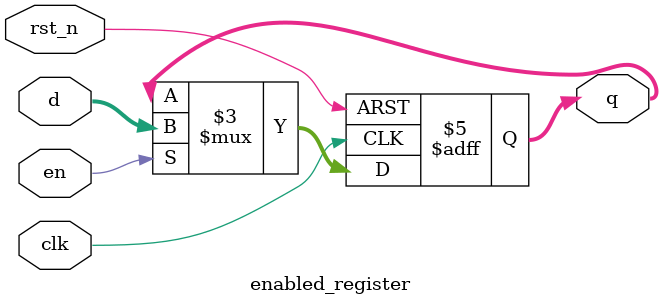
<source format=v>

module enabled_register(
    input clk,
    input rst_n,
    input en,
    input [3:0]d,
    output reg [3:0]q
);

always @(posedge clk or negedge rst_n)begin
    if(!rst_n)begin
        q <= 4'b0000;
    end else if (en) begin
        q <= d;
    end
end

endmodule
</source>
